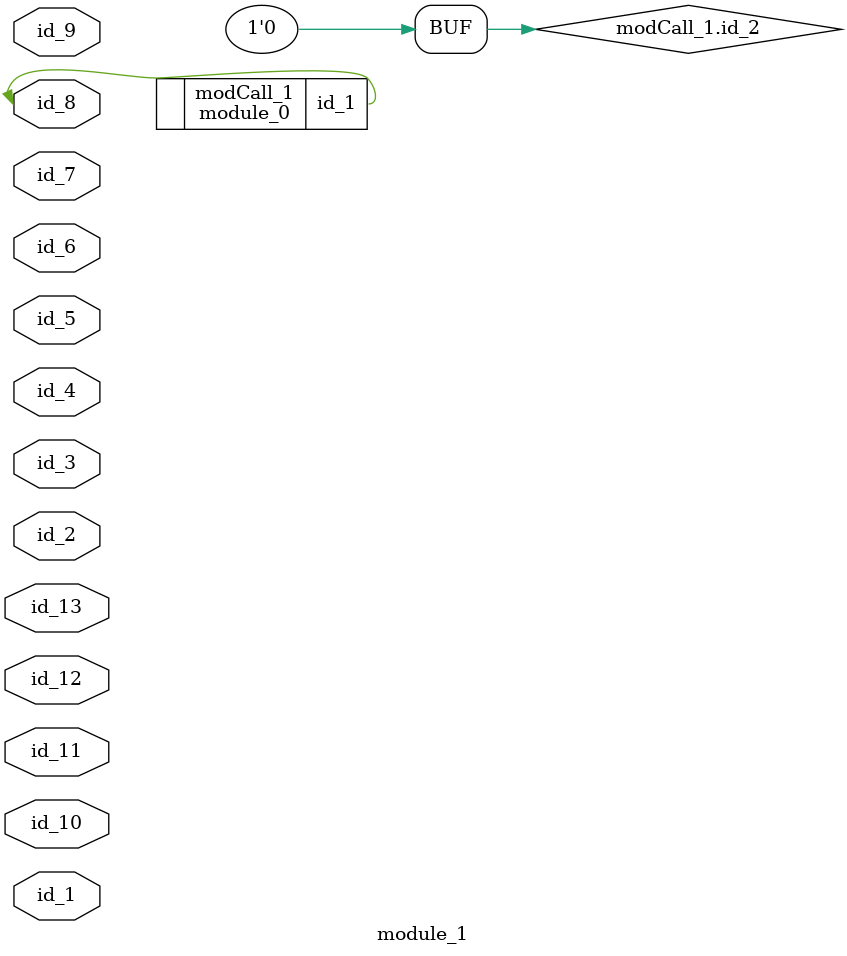
<source format=v>
module module_0 (
    id_1
);
  output wire id_1;
  assign id_1 = (id_2 ? id_2 : id_2);
endmodule
module module_1 (
    id_1,
    id_2,
    id_3,
    id_4,
    id_5,
    id_6,
    id_7,
    id_8,
    id_9,
    id_10,
    id_11,
    id_12,
    id_13
);
  inout wire id_13;
  input wire id_12;
  inout wire id_11;
  inout wire id_10;
  input wire id_9;
  inout wire id_8;
  input wire id_7;
  input wire id_6;
  input wire id_5;
  inout wire id_4;
  inout wire id_3;
  inout wire id_2;
  input wire id_1;
  module_0 modCall_1 (id_8);
  assign modCall_1.id_2 = 0;
endmodule

</source>
